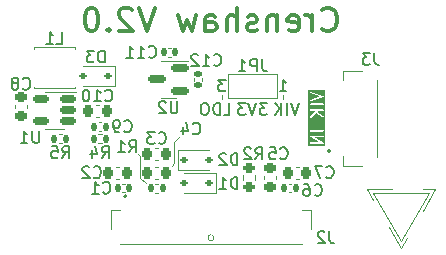
<source format=gbr>
%TF.GenerationSoftware,KiCad,Pcbnew,7.0.6*%
%TF.CreationDate,2023-07-27T19:46:57+01:00*%
%TF.ProjectId,Crenshaw,4372656e-7368-4617-972e-6b696361645f,V2.0*%
%TF.SameCoordinates,Original*%
%TF.FileFunction,Legend,Bot*%
%TF.FilePolarity,Positive*%
%FSLAX46Y46*%
G04 Gerber Fmt 4.6, Leading zero omitted, Abs format (unit mm)*
G04 Created by KiCad (PCBNEW 7.0.6) date 2023-07-27 19:46:57*
%MOMM*%
%LPD*%
G01*
G04 APERTURE LIST*
G04 Aperture macros list*
%AMRoundRect*
0 Rectangle with rounded corners*
0 $1 Rounding radius*
0 $2 $3 $4 $5 $6 $7 $8 $9 X,Y pos of 4 corners*
0 Add a 4 corners polygon primitive as box body*
4,1,4,$2,$3,$4,$5,$6,$7,$8,$9,$2,$3,0*
0 Add four circle primitives for the rounded corners*
1,1,$1+$1,$2,$3*
1,1,$1+$1,$4,$5*
1,1,$1+$1,$6,$7*
1,1,$1+$1,$8,$9*
0 Add four rect primitives between the rounded corners*
20,1,$1+$1,$2,$3,$4,$5,0*
20,1,$1+$1,$4,$5,$6,$7,0*
20,1,$1+$1,$6,$7,$8,$9,0*
20,1,$1+$1,$8,$9,$2,$3,0*%
G04 Aperture macros list end*
%ADD10C,0.120000*%
%ADD11C,0.150000*%
%ADD12C,0.300000*%
%ADD13C,0.200000*%
%ADD14C,0.100000*%
%ADD15R,0.300000X0.800000*%
%ADD16R,0.400000X0.800000*%
%ADD17R,1.700000X1.700000*%
%ADD18O,1.700000X1.700000*%
%ADD19C,4.000000*%
%ADD20C,1.152000*%
%ADD21RoundRect,0.135000X0.135000X0.185000X-0.135000X0.185000X-0.135000X-0.185000X0.135000X-0.185000X0*%
%ADD22RoundRect,0.225000X0.250000X-0.225000X0.250000X0.225000X-0.250000X0.225000X-0.250000X-0.225000X0*%
%ADD23RoundRect,0.112500X0.187500X0.112500X-0.187500X0.112500X-0.187500X-0.112500X0.187500X-0.112500X0*%
%ADD24RoundRect,0.225000X-0.225000X-0.250000X0.225000X-0.250000X0.225000X0.250000X-0.225000X0.250000X0*%
%ADD25R,0.800000X2.700000*%
%ADD26RoundRect,0.150000X0.587500X0.150000X-0.587500X0.150000X-0.587500X-0.150000X0.587500X-0.150000X0*%
%ADD27RoundRect,0.225000X0.225000X0.250000X-0.225000X0.250000X-0.225000X-0.250000X0.225000X-0.250000X0*%
%ADD28RoundRect,0.112500X-0.187500X-0.112500X0.187500X-0.112500X0.187500X0.112500X-0.187500X0.112500X0*%
%ADD29RoundRect,0.140000X0.140000X0.170000X-0.140000X0.170000X-0.140000X-0.170000X0.140000X-0.170000X0*%
%ADD30RoundRect,0.140000X-0.140000X-0.170000X0.140000X-0.170000X0.140000X0.170000X-0.140000X0.170000X0*%
%ADD31RoundRect,0.140000X0.170000X-0.140000X0.170000X0.140000X-0.170000X0.140000X-0.170000X-0.140000X0*%
%ADD32R,1.000000X1.500000*%
%ADD33RoundRect,0.135000X-0.135000X-0.185000X0.135000X-0.185000X0.135000X0.185000X-0.135000X0.185000X0*%
%ADD34R,0.800000X0.300000*%
%ADD35R,0.800000X0.400000*%
%ADD36RoundRect,0.150000X0.512500X0.150000X-0.512500X0.150000X-0.512500X-0.150000X0.512500X-0.150000X0*%
%ADD37RoundRect,0.200000X0.275000X-0.200000X0.275000X0.200000X-0.275000X0.200000X-0.275000X-0.200000X0*%
G04 APERTURE END LIST*
D10*
X51700000Y-43500000D02*
X51900000Y-43300000D01*
X49000000Y-44500000D02*
X49000000Y-42700000D01*
X55900000Y-37550000D02*
X55900000Y-37850000D01*
X61100000Y-37550000D02*
X61100000Y-37850000D01*
X49500000Y-45000000D02*
X49000000Y-44500000D01*
X51900000Y-41500000D02*
X52400000Y-41000000D01*
X49000000Y-42700000D02*
X48800000Y-42500000D01*
X51900000Y-43300000D02*
X51900000Y-41500000D01*
D11*
X56087030Y-39204819D02*
X56563220Y-39204819D01*
X56563220Y-39204819D02*
X56563220Y-38204819D01*
X55753696Y-39204819D02*
X55753696Y-38204819D01*
X55753696Y-38204819D02*
X55515601Y-38204819D01*
X55515601Y-38204819D02*
X55372744Y-38252438D01*
X55372744Y-38252438D02*
X55277506Y-38347676D01*
X55277506Y-38347676D02*
X55229887Y-38442914D01*
X55229887Y-38442914D02*
X55182268Y-38633390D01*
X55182268Y-38633390D02*
X55182268Y-38776247D01*
X55182268Y-38776247D02*
X55229887Y-38966723D01*
X55229887Y-38966723D02*
X55277506Y-39061961D01*
X55277506Y-39061961D02*
X55372744Y-39157200D01*
X55372744Y-39157200D02*
X55515601Y-39204819D01*
X55515601Y-39204819D02*
X55753696Y-39204819D01*
X54563220Y-38204819D02*
X54372744Y-38204819D01*
X54372744Y-38204819D02*
X54277506Y-38252438D01*
X54277506Y-38252438D02*
X54182268Y-38347676D01*
X54182268Y-38347676D02*
X54134649Y-38538152D01*
X54134649Y-38538152D02*
X54134649Y-38871485D01*
X54134649Y-38871485D02*
X54182268Y-39061961D01*
X54182268Y-39061961D02*
X54277506Y-39157200D01*
X54277506Y-39157200D02*
X54372744Y-39204819D01*
X54372744Y-39204819D02*
X54563220Y-39204819D01*
X54563220Y-39204819D02*
X54658458Y-39157200D01*
X54658458Y-39157200D02*
X54753696Y-39061961D01*
X54753696Y-39061961D02*
X54801315Y-38871485D01*
X54801315Y-38871485D02*
X54801315Y-38538152D01*
X54801315Y-38538152D02*
X54753696Y-38347676D01*
X54753696Y-38347676D02*
X54658458Y-38252438D01*
X54658458Y-38252438D02*
X54563220Y-38204819D01*
D12*
X64428572Y-31919161D02*
X64523810Y-32014400D01*
X64523810Y-32014400D02*
X64809524Y-32109638D01*
X64809524Y-32109638D02*
X65000000Y-32109638D01*
X65000000Y-32109638D02*
X65285715Y-32014400D01*
X65285715Y-32014400D02*
X65476191Y-31823923D01*
X65476191Y-31823923D02*
X65571429Y-31633447D01*
X65571429Y-31633447D02*
X65666667Y-31252495D01*
X65666667Y-31252495D02*
X65666667Y-30966780D01*
X65666667Y-30966780D02*
X65571429Y-30585828D01*
X65571429Y-30585828D02*
X65476191Y-30395352D01*
X65476191Y-30395352D02*
X65285715Y-30204876D01*
X65285715Y-30204876D02*
X65000000Y-30109638D01*
X65000000Y-30109638D02*
X64809524Y-30109638D01*
X64809524Y-30109638D02*
X64523810Y-30204876D01*
X64523810Y-30204876D02*
X64428572Y-30300114D01*
X63571429Y-32109638D02*
X63571429Y-30776304D01*
X63571429Y-31157257D02*
X63476191Y-30966780D01*
X63476191Y-30966780D02*
X63380953Y-30871542D01*
X63380953Y-30871542D02*
X63190477Y-30776304D01*
X63190477Y-30776304D02*
X63000000Y-30776304D01*
X61571429Y-32014400D02*
X61761905Y-32109638D01*
X61761905Y-32109638D02*
X62142858Y-32109638D01*
X62142858Y-32109638D02*
X62333334Y-32014400D01*
X62333334Y-32014400D02*
X62428572Y-31823923D01*
X62428572Y-31823923D02*
X62428572Y-31062019D01*
X62428572Y-31062019D02*
X62333334Y-30871542D01*
X62333334Y-30871542D02*
X62142858Y-30776304D01*
X62142858Y-30776304D02*
X61761905Y-30776304D01*
X61761905Y-30776304D02*
X61571429Y-30871542D01*
X61571429Y-30871542D02*
X61476191Y-31062019D01*
X61476191Y-31062019D02*
X61476191Y-31252495D01*
X61476191Y-31252495D02*
X62428572Y-31442971D01*
X60619048Y-30776304D02*
X60619048Y-32109638D01*
X60619048Y-30966780D02*
X60523810Y-30871542D01*
X60523810Y-30871542D02*
X60333334Y-30776304D01*
X60333334Y-30776304D02*
X60047619Y-30776304D01*
X60047619Y-30776304D02*
X59857143Y-30871542D01*
X59857143Y-30871542D02*
X59761905Y-31062019D01*
X59761905Y-31062019D02*
X59761905Y-32109638D01*
X58904762Y-32014400D02*
X58714286Y-32109638D01*
X58714286Y-32109638D02*
X58333334Y-32109638D01*
X58333334Y-32109638D02*
X58142857Y-32014400D01*
X58142857Y-32014400D02*
X58047619Y-31823923D01*
X58047619Y-31823923D02*
X58047619Y-31728685D01*
X58047619Y-31728685D02*
X58142857Y-31538209D01*
X58142857Y-31538209D02*
X58333334Y-31442971D01*
X58333334Y-31442971D02*
X58619048Y-31442971D01*
X58619048Y-31442971D02*
X58809524Y-31347733D01*
X58809524Y-31347733D02*
X58904762Y-31157257D01*
X58904762Y-31157257D02*
X58904762Y-31062019D01*
X58904762Y-31062019D02*
X58809524Y-30871542D01*
X58809524Y-30871542D02*
X58619048Y-30776304D01*
X58619048Y-30776304D02*
X58333334Y-30776304D01*
X58333334Y-30776304D02*
X58142857Y-30871542D01*
X57190476Y-32109638D02*
X57190476Y-30109638D01*
X56333333Y-32109638D02*
X56333333Y-31062019D01*
X56333333Y-31062019D02*
X56428571Y-30871542D01*
X56428571Y-30871542D02*
X56619047Y-30776304D01*
X56619047Y-30776304D02*
X56904762Y-30776304D01*
X56904762Y-30776304D02*
X57095238Y-30871542D01*
X57095238Y-30871542D02*
X57190476Y-30966780D01*
X54523809Y-32109638D02*
X54523809Y-31062019D01*
X54523809Y-31062019D02*
X54619047Y-30871542D01*
X54619047Y-30871542D02*
X54809523Y-30776304D01*
X54809523Y-30776304D02*
X55190476Y-30776304D01*
X55190476Y-30776304D02*
X55380952Y-30871542D01*
X54523809Y-32014400D02*
X54714285Y-32109638D01*
X54714285Y-32109638D02*
X55190476Y-32109638D01*
X55190476Y-32109638D02*
X55380952Y-32014400D01*
X55380952Y-32014400D02*
X55476190Y-31823923D01*
X55476190Y-31823923D02*
X55476190Y-31633447D01*
X55476190Y-31633447D02*
X55380952Y-31442971D01*
X55380952Y-31442971D02*
X55190476Y-31347733D01*
X55190476Y-31347733D02*
X54714285Y-31347733D01*
X54714285Y-31347733D02*
X54523809Y-31252495D01*
X53761904Y-30776304D02*
X53380952Y-32109638D01*
X53380952Y-32109638D02*
X52999999Y-31157257D01*
X52999999Y-31157257D02*
X52619047Y-32109638D01*
X52619047Y-32109638D02*
X52238095Y-30776304D01*
X50238094Y-30109638D02*
X49571428Y-32109638D01*
X49571428Y-32109638D02*
X48904761Y-30109638D01*
X48333332Y-30300114D02*
X48238094Y-30204876D01*
X48238094Y-30204876D02*
X48047618Y-30109638D01*
X48047618Y-30109638D02*
X47571427Y-30109638D01*
X47571427Y-30109638D02*
X47380951Y-30204876D01*
X47380951Y-30204876D02*
X47285713Y-30300114D01*
X47285713Y-30300114D02*
X47190475Y-30490590D01*
X47190475Y-30490590D02*
X47190475Y-30681066D01*
X47190475Y-30681066D02*
X47285713Y-30966780D01*
X47285713Y-30966780D02*
X48428570Y-32109638D01*
X48428570Y-32109638D02*
X47190475Y-32109638D01*
X46333332Y-31919161D02*
X46238094Y-32014400D01*
X46238094Y-32014400D02*
X46333332Y-32109638D01*
X46333332Y-32109638D02*
X46428570Y-32014400D01*
X46428570Y-32014400D02*
X46333332Y-31919161D01*
X46333332Y-31919161D02*
X46333332Y-32109638D01*
X44999999Y-30109638D02*
X44809522Y-30109638D01*
X44809522Y-30109638D02*
X44619046Y-30204876D01*
X44619046Y-30204876D02*
X44523808Y-30300114D01*
X44523808Y-30300114D02*
X44428570Y-30490590D01*
X44428570Y-30490590D02*
X44333332Y-30871542D01*
X44333332Y-30871542D02*
X44333332Y-31347733D01*
X44333332Y-31347733D02*
X44428570Y-31728685D01*
X44428570Y-31728685D02*
X44523808Y-31919161D01*
X44523808Y-31919161D02*
X44619046Y-32014400D01*
X44619046Y-32014400D02*
X44809522Y-32109638D01*
X44809522Y-32109638D02*
X44999999Y-32109638D01*
X44999999Y-32109638D02*
X45190475Y-32014400D01*
X45190475Y-32014400D02*
X45285713Y-31919161D01*
X45285713Y-31919161D02*
X45380951Y-31728685D01*
X45380951Y-31728685D02*
X45476189Y-31347733D01*
X45476189Y-31347733D02*
X45476189Y-30871542D01*
X45476189Y-30871542D02*
X45380951Y-30490590D01*
X45380951Y-30490590D02*
X45285713Y-30300114D01*
X45285713Y-30300114D02*
X45190475Y-30204876D01*
X45190475Y-30204876D02*
X44999999Y-30109638D01*
D11*
X59738094Y-38204819D02*
X59119047Y-38204819D01*
X59119047Y-38204819D02*
X59452380Y-38585771D01*
X59452380Y-38585771D02*
X59309523Y-38585771D01*
X59309523Y-38585771D02*
X59214285Y-38633390D01*
X59214285Y-38633390D02*
X59166666Y-38681009D01*
X59166666Y-38681009D02*
X59119047Y-38776247D01*
X59119047Y-38776247D02*
X59119047Y-39014342D01*
X59119047Y-39014342D02*
X59166666Y-39109580D01*
X59166666Y-39109580D02*
X59214285Y-39157200D01*
X59214285Y-39157200D02*
X59309523Y-39204819D01*
X59309523Y-39204819D02*
X59595237Y-39204819D01*
X59595237Y-39204819D02*
X59690475Y-39157200D01*
X59690475Y-39157200D02*
X59738094Y-39109580D01*
X58833332Y-38204819D02*
X58499999Y-39204819D01*
X58499999Y-39204819D02*
X58166666Y-38204819D01*
X57928570Y-38204819D02*
X57309523Y-38204819D01*
X57309523Y-38204819D02*
X57642856Y-38585771D01*
X57642856Y-38585771D02*
X57499999Y-38585771D01*
X57499999Y-38585771D02*
X57404761Y-38633390D01*
X57404761Y-38633390D02*
X57357142Y-38681009D01*
X57357142Y-38681009D02*
X57309523Y-38776247D01*
X57309523Y-38776247D02*
X57309523Y-39014342D01*
X57309523Y-39014342D02*
X57357142Y-39109580D01*
X57357142Y-39109580D02*
X57404761Y-39157200D01*
X57404761Y-39157200D02*
X57499999Y-39204819D01*
X57499999Y-39204819D02*
X57785713Y-39204819D01*
X57785713Y-39204819D02*
X57880951Y-39157200D01*
X57880951Y-39157200D02*
X57928570Y-39109580D01*
X62436778Y-38204819D02*
X62103445Y-39204819D01*
X62103445Y-39204819D02*
X61770112Y-38204819D01*
X61436778Y-39204819D02*
X61436778Y-38204819D01*
X60960588Y-39204819D02*
X60960588Y-38204819D01*
X60389160Y-39204819D02*
X60817731Y-38633390D01*
X60389160Y-38204819D02*
X60960588Y-38776247D01*
X65033333Y-49054819D02*
X65033333Y-49769104D01*
X65033333Y-49769104D02*
X65080952Y-49911961D01*
X65080952Y-49911961D02*
X65176190Y-50007200D01*
X65176190Y-50007200D02*
X65319047Y-50054819D01*
X65319047Y-50054819D02*
X65414285Y-50054819D01*
X64604761Y-49150057D02*
X64557142Y-49102438D01*
X64557142Y-49102438D02*
X64461904Y-49054819D01*
X64461904Y-49054819D02*
X64223809Y-49054819D01*
X64223809Y-49054819D02*
X64128571Y-49102438D01*
X64128571Y-49102438D02*
X64080952Y-49150057D01*
X64080952Y-49150057D02*
X64033333Y-49245295D01*
X64033333Y-49245295D02*
X64033333Y-49340533D01*
X64033333Y-49340533D02*
X64080952Y-49483390D01*
X64080952Y-49483390D02*
X64652380Y-50054819D01*
X64652380Y-50054819D02*
X64033333Y-50054819D01*
X48066666Y-42354819D02*
X48399999Y-41878628D01*
X48638094Y-42354819D02*
X48638094Y-41354819D01*
X48638094Y-41354819D02*
X48257142Y-41354819D01*
X48257142Y-41354819D02*
X48161904Y-41402438D01*
X48161904Y-41402438D02*
X48114285Y-41450057D01*
X48114285Y-41450057D02*
X48066666Y-41545295D01*
X48066666Y-41545295D02*
X48066666Y-41688152D01*
X48066666Y-41688152D02*
X48114285Y-41783390D01*
X48114285Y-41783390D02*
X48161904Y-41831009D01*
X48161904Y-41831009D02*
X48257142Y-41878628D01*
X48257142Y-41878628D02*
X48638094Y-41878628D01*
X47114285Y-42354819D02*
X47685713Y-42354819D01*
X47399999Y-42354819D02*
X47399999Y-41354819D01*
X47399999Y-41354819D02*
X47495237Y-41497676D01*
X47495237Y-41497676D02*
X47590475Y-41592914D01*
X47590475Y-41592914D02*
X47685713Y-41640533D01*
X42416666Y-42854819D02*
X42749999Y-42378628D01*
X42988094Y-42854819D02*
X42988094Y-41854819D01*
X42988094Y-41854819D02*
X42607142Y-41854819D01*
X42607142Y-41854819D02*
X42511904Y-41902438D01*
X42511904Y-41902438D02*
X42464285Y-41950057D01*
X42464285Y-41950057D02*
X42416666Y-42045295D01*
X42416666Y-42045295D02*
X42416666Y-42188152D01*
X42416666Y-42188152D02*
X42464285Y-42283390D01*
X42464285Y-42283390D02*
X42511904Y-42331009D01*
X42511904Y-42331009D02*
X42607142Y-42378628D01*
X42607142Y-42378628D02*
X42988094Y-42378628D01*
X41511904Y-41854819D02*
X41988094Y-41854819D01*
X41988094Y-41854819D02*
X42035713Y-42331009D01*
X42035713Y-42331009D02*
X41988094Y-42283390D01*
X41988094Y-42283390D02*
X41892856Y-42235771D01*
X41892856Y-42235771D02*
X41654761Y-42235771D01*
X41654761Y-42235771D02*
X41559523Y-42283390D01*
X41559523Y-42283390D02*
X41511904Y-42331009D01*
X41511904Y-42331009D02*
X41464285Y-42426247D01*
X41464285Y-42426247D02*
X41464285Y-42664342D01*
X41464285Y-42664342D02*
X41511904Y-42759580D01*
X41511904Y-42759580D02*
X41559523Y-42807200D01*
X41559523Y-42807200D02*
X41654761Y-42854819D01*
X41654761Y-42854819D02*
X41892856Y-42854819D01*
X41892856Y-42854819D02*
X41988094Y-42807200D01*
X41988094Y-42807200D02*
X42035713Y-42759580D01*
X39066666Y-36959580D02*
X39114285Y-37007200D01*
X39114285Y-37007200D02*
X39257142Y-37054819D01*
X39257142Y-37054819D02*
X39352380Y-37054819D01*
X39352380Y-37054819D02*
X39495237Y-37007200D01*
X39495237Y-37007200D02*
X39590475Y-36911961D01*
X39590475Y-36911961D02*
X39638094Y-36816723D01*
X39638094Y-36816723D02*
X39685713Y-36626247D01*
X39685713Y-36626247D02*
X39685713Y-36483390D01*
X39685713Y-36483390D02*
X39638094Y-36292914D01*
X39638094Y-36292914D02*
X39590475Y-36197676D01*
X39590475Y-36197676D02*
X39495237Y-36102438D01*
X39495237Y-36102438D02*
X39352380Y-36054819D01*
X39352380Y-36054819D02*
X39257142Y-36054819D01*
X39257142Y-36054819D02*
X39114285Y-36102438D01*
X39114285Y-36102438D02*
X39066666Y-36150057D01*
X38495237Y-36483390D02*
X38590475Y-36435771D01*
X38590475Y-36435771D02*
X38638094Y-36388152D01*
X38638094Y-36388152D02*
X38685713Y-36292914D01*
X38685713Y-36292914D02*
X38685713Y-36245295D01*
X38685713Y-36245295D02*
X38638094Y-36150057D01*
X38638094Y-36150057D02*
X38590475Y-36102438D01*
X38590475Y-36102438D02*
X38495237Y-36054819D01*
X38495237Y-36054819D02*
X38304761Y-36054819D01*
X38304761Y-36054819D02*
X38209523Y-36102438D01*
X38209523Y-36102438D02*
X38161904Y-36150057D01*
X38161904Y-36150057D02*
X38114285Y-36245295D01*
X38114285Y-36245295D02*
X38114285Y-36292914D01*
X38114285Y-36292914D02*
X38161904Y-36388152D01*
X38161904Y-36388152D02*
X38209523Y-36435771D01*
X38209523Y-36435771D02*
X38304761Y-36483390D01*
X38304761Y-36483390D02*
X38495237Y-36483390D01*
X38495237Y-36483390D02*
X38590475Y-36531009D01*
X38590475Y-36531009D02*
X38638094Y-36578628D01*
X38638094Y-36578628D02*
X38685713Y-36673866D01*
X38685713Y-36673866D02*
X38685713Y-36864342D01*
X38685713Y-36864342D02*
X38638094Y-36959580D01*
X38638094Y-36959580D02*
X38590475Y-37007200D01*
X38590475Y-37007200D02*
X38495237Y-37054819D01*
X38495237Y-37054819D02*
X38304761Y-37054819D01*
X38304761Y-37054819D02*
X38209523Y-37007200D01*
X38209523Y-37007200D02*
X38161904Y-36959580D01*
X38161904Y-36959580D02*
X38114285Y-36864342D01*
X38114285Y-36864342D02*
X38114285Y-36673866D01*
X38114285Y-36673866D02*
X38161904Y-36578628D01*
X38161904Y-36578628D02*
X38209523Y-36531009D01*
X38209523Y-36531009D02*
X38304761Y-36483390D01*
X45988094Y-34754819D02*
X45988094Y-33754819D01*
X45988094Y-33754819D02*
X45749999Y-33754819D01*
X45749999Y-33754819D02*
X45607142Y-33802438D01*
X45607142Y-33802438D02*
X45511904Y-33897676D01*
X45511904Y-33897676D02*
X45464285Y-33992914D01*
X45464285Y-33992914D02*
X45416666Y-34183390D01*
X45416666Y-34183390D02*
X45416666Y-34326247D01*
X45416666Y-34326247D02*
X45464285Y-34516723D01*
X45464285Y-34516723D02*
X45511904Y-34611961D01*
X45511904Y-34611961D02*
X45607142Y-34707200D01*
X45607142Y-34707200D02*
X45749999Y-34754819D01*
X45749999Y-34754819D02*
X45988094Y-34754819D01*
X45083332Y-33754819D02*
X44464285Y-33754819D01*
X44464285Y-33754819D02*
X44797618Y-34135771D01*
X44797618Y-34135771D02*
X44654761Y-34135771D01*
X44654761Y-34135771D02*
X44559523Y-34183390D01*
X44559523Y-34183390D02*
X44511904Y-34231009D01*
X44511904Y-34231009D02*
X44464285Y-34326247D01*
X44464285Y-34326247D02*
X44464285Y-34564342D01*
X44464285Y-34564342D02*
X44511904Y-34659580D01*
X44511904Y-34659580D02*
X44559523Y-34707200D01*
X44559523Y-34707200D02*
X44654761Y-34754819D01*
X44654761Y-34754819D02*
X44940475Y-34754819D01*
X44940475Y-34754819D02*
X45035713Y-34707200D01*
X45035713Y-34707200D02*
X45083332Y-34659580D01*
X50566666Y-41559580D02*
X50614285Y-41607200D01*
X50614285Y-41607200D02*
X50757142Y-41654819D01*
X50757142Y-41654819D02*
X50852380Y-41654819D01*
X50852380Y-41654819D02*
X50995237Y-41607200D01*
X50995237Y-41607200D02*
X51090475Y-41511961D01*
X51090475Y-41511961D02*
X51138094Y-41416723D01*
X51138094Y-41416723D02*
X51185713Y-41226247D01*
X51185713Y-41226247D02*
X51185713Y-41083390D01*
X51185713Y-41083390D02*
X51138094Y-40892914D01*
X51138094Y-40892914D02*
X51090475Y-40797676D01*
X51090475Y-40797676D02*
X50995237Y-40702438D01*
X50995237Y-40702438D02*
X50852380Y-40654819D01*
X50852380Y-40654819D02*
X50757142Y-40654819D01*
X50757142Y-40654819D02*
X50614285Y-40702438D01*
X50614285Y-40702438D02*
X50566666Y-40750057D01*
X50233332Y-40654819D02*
X49614285Y-40654819D01*
X49614285Y-40654819D02*
X49947618Y-41035771D01*
X49947618Y-41035771D02*
X49804761Y-41035771D01*
X49804761Y-41035771D02*
X49709523Y-41083390D01*
X49709523Y-41083390D02*
X49661904Y-41131009D01*
X49661904Y-41131009D02*
X49614285Y-41226247D01*
X49614285Y-41226247D02*
X49614285Y-41464342D01*
X49614285Y-41464342D02*
X49661904Y-41559580D01*
X49661904Y-41559580D02*
X49709523Y-41607200D01*
X49709523Y-41607200D02*
X49804761Y-41654819D01*
X49804761Y-41654819D02*
X50090475Y-41654819D01*
X50090475Y-41654819D02*
X50185713Y-41607200D01*
X50185713Y-41607200D02*
X50233332Y-41559580D01*
X41916666Y-33154819D02*
X42392856Y-33154819D01*
X42392856Y-33154819D02*
X42392856Y-32154819D01*
X41059523Y-33154819D02*
X41630951Y-33154819D01*
X41345237Y-33154819D02*
X41345237Y-32154819D01*
X41345237Y-32154819D02*
X41440475Y-32297676D01*
X41440475Y-32297676D02*
X41535713Y-32392914D01*
X41535713Y-32392914D02*
X41630951Y-32440533D01*
X52161905Y-38054819D02*
X52161905Y-38864342D01*
X52161905Y-38864342D02*
X52114286Y-38959580D01*
X52114286Y-38959580D02*
X52066667Y-39007200D01*
X52066667Y-39007200D02*
X51971429Y-39054819D01*
X51971429Y-39054819D02*
X51780953Y-39054819D01*
X51780953Y-39054819D02*
X51685715Y-39007200D01*
X51685715Y-39007200D02*
X51638096Y-38959580D01*
X51638096Y-38959580D02*
X51590477Y-38864342D01*
X51590477Y-38864342D02*
X51590477Y-38054819D01*
X51161905Y-38150057D02*
X51114286Y-38102438D01*
X51114286Y-38102438D02*
X51019048Y-38054819D01*
X51019048Y-38054819D02*
X50780953Y-38054819D01*
X50780953Y-38054819D02*
X50685715Y-38102438D01*
X50685715Y-38102438D02*
X50638096Y-38150057D01*
X50638096Y-38150057D02*
X50590477Y-38245295D01*
X50590477Y-38245295D02*
X50590477Y-38340533D01*
X50590477Y-38340533D02*
X50638096Y-38483390D01*
X50638096Y-38483390D02*
X51209524Y-39054819D01*
X51209524Y-39054819D02*
X50590477Y-39054819D01*
X45066666Y-44459580D02*
X45114285Y-44507200D01*
X45114285Y-44507200D02*
X45257142Y-44554819D01*
X45257142Y-44554819D02*
X45352380Y-44554819D01*
X45352380Y-44554819D02*
X45495237Y-44507200D01*
X45495237Y-44507200D02*
X45590475Y-44411961D01*
X45590475Y-44411961D02*
X45638094Y-44316723D01*
X45638094Y-44316723D02*
X45685713Y-44126247D01*
X45685713Y-44126247D02*
X45685713Y-43983390D01*
X45685713Y-43983390D02*
X45638094Y-43792914D01*
X45638094Y-43792914D02*
X45590475Y-43697676D01*
X45590475Y-43697676D02*
X45495237Y-43602438D01*
X45495237Y-43602438D02*
X45352380Y-43554819D01*
X45352380Y-43554819D02*
X45257142Y-43554819D01*
X45257142Y-43554819D02*
X45114285Y-43602438D01*
X45114285Y-43602438D02*
X45066666Y-43650057D01*
X44685713Y-43650057D02*
X44638094Y-43602438D01*
X44638094Y-43602438D02*
X44542856Y-43554819D01*
X44542856Y-43554819D02*
X44304761Y-43554819D01*
X44304761Y-43554819D02*
X44209523Y-43602438D01*
X44209523Y-43602438D02*
X44161904Y-43650057D01*
X44161904Y-43650057D02*
X44114285Y-43745295D01*
X44114285Y-43745295D02*
X44114285Y-43840533D01*
X44114285Y-43840533D02*
X44161904Y-43983390D01*
X44161904Y-43983390D02*
X44733332Y-44554819D01*
X44733332Y-44554819D02*
X44114285Y-44554819D01*
X57238094Y-43454819D02*
X57238094Y-42454819D01*
X57238094Y-42454819D02*
X56999999Y-42454819D01*
X56999999Y-42454819D02*
X56857142Y-42502438D01*
X56857142Y-42502438D02*
X56761904Y-42597676D01*
X56761904Y-42597676D02*
X56714285Y-42692914D01*
X56714285Y-42692914D02*
X56666666Y-42883390D01*
X56666666Y-42883390D02*
X56666666Y-43026247D01*
X56666666Y-43026247D02*
X56714285Y-43216723D01*
X56714285Y-43216723D02*
X56761904Y-43311961D01*
X56761904Y-43311961D02*
X56857142Y-43407200D01*
X56857142Y-43407200D02*
X56999999Y-43454819D01*
X56999999Y-43454819D02*
X57238094Y-43454819D01*
X56285713Y-42550057D02*
X56238094Y-42502438D01*
X56238094Y-42502438D02*
X56142856Y-42454819D01*
X56142856Y-42454819D02*
X55904761Y-42454819D01*
X55904761Y-42454819D02*
X55809523Y-42502438D01*
X55809523Y-42502438D02*
X55761904Y-42550057D01*
X55761904Y-42550057D02*
X55714285Y-42645295D01*
X55714285Y-42645295D02*
X55714285Y-42740533D01*
X55714285Y-42740533D02*
X55761904Y-42883390D01*
X55761904Y-42883390D02*
X56333332Y-43454819D01*
X56333332Y-43454819D02*
X55714285Y-43454819D01*
X45866666Y-45759580D02*
X45914285Y-45807200D01*
X45914285Y-45807200D02*
X46057142Y-45854819D01*
X46057142Y-45854819D02*
X46152380Y-45854819D01*
X46152380Y-45854819D02*
X46295237Y-45807200D01*
X46295237Y-45807200D02*
X46390475Y-45711961D01*
X46390475Y-45711961D02*
X46438094Y-45616723D01*
X46438094Y-45616723D02*
X46485713Y-45426247D01*
X46485713Y-45426247D02*
X46485713Y-45283390D01*
X46485713Y-45283390D02*
X46438094Y-45092914D01*
X46438094Y-45092914D02*
X46390475Y-44997676D01*
X46390475Y-44997676D02*
X46295237Y-44902438D01*
X46295237Y-44902438D02*
X46152380Y-44854819D01*
X46152380Y-44854819D02*
X46057142Y-44854819D01*
X46057142Y-44854819D02*
X45914285Y-44902438D01*
X45914285Y-44902438D02*
X45866666Y-44950057D01*
X44914285Y-45854819D02*
X45485713Y-45854819D01*
X45199999Y-45854819D02*
X45199999Y-44854819D01*
X45199999Y-44854819D02*
X45295237Y-44997676D01*
X45295237Y-44997676D02*
X45390475Y-45092914D01*
X45390475Y-45092914D02*
X45485713Y-45140533D01*
X53466666Y-40759580D02*
X53514285Y-40807200D01*
X53514285Y-40807200D02*
X53657142Y-40854819D01*
X53657142Y-40854819D02*
X53752380Y-40854819D01*
X53752380Y-40854819D02*
X53895237Y-40807200D01*
X53895237Y-40807200D02*
X53990475Y-40711961D01*
X53990475Y-40711961D02*
X54038094Y-40616723D01*
X54038094Y-40616723D02*
X54085713Y-40426247D01*
X54085713Y-40426247D02*
X54085713Y-40283390D01*
X54085713Y-40283390D02*
X54038094Y-40092914D01*
X54038094Y-40092914D02*
X53990475Y-39997676D01*
X53990475Y-39997676D02*
X53895237Y-39902438D01*
X53895237Y-39902438D02*
X53752380Y-39854819D01*
X53752380Y-39854819D02*
X53657142Y-39854819D01*
X53657142Y-39854819D02*
X53514285Y-39902438D01*
X53514285Y-39902438D02*
X53466666Y-39950057D01*
X52609523Y-40188152D02*
X52609523Y-40854819D01*
X52847618Y-39807200D02*
X53085713Y-40521485D01*
X53085713Y-40521485D02*
X52466666Y-40521485D01*
X64766666Y-44459580D02*
X64814285Y-44507200D01*
X64814285Y-44507200D02*
X64957142Y-44554819D01*
X64957142Y-44554819D02*
X65052380Y-44554819D01*
X65052380Y-44554819D02*
X65195237Y-44507200D01*
X65195237Y-44507200D02*
X65290475Y-44411961D01*
X65290475Y-44411961D02*
X65338094Y-44316723D01*
X65338094Y-44316723D02*
X65385713Y-44126247D01*
X65385713Y-44126247D02*
X65385713Y-43983390D01*
X65385713Y-43983390D02*
X65338094Y-43792914D01*
X65338094Y-43792914D02*
X65290475Y-43697676D01*
X65290475Y-43697676D02*
X65195237Y-43602438D01*
X65195237Y-43602438D02*
X65052380Y-43554819D01*
X65052380Y-43554819D02*
X64957142Y-43554819D01*
X64957142Y-43554819D02*
X64814285Y-43602438D01*
X64814285Y-43602438D02*
X64766666Y-43650057D01*
X64433332Y-43554819D02*
X63766666Y-43554819D01*
X63766666Y-43554819D02*
X64195237Y-44554819D01*
X57238094Y-45454819D02*
X57238094Y-44454819D01*
X57238094Y-44454819D02*
X56999999Y-44454819D01*
X56999999Y-44454819D02*
X56857142Y-44502438D01*
X56857142Y-44502438D02*
X56761904Y-44597676D01*
X56761904Y-44597676D02*
X56714285Y-44692914D01*
X56714285Y-44692914D02*
X56666666Y-44883390D01*
X56666666Y-44883390D02*
X56666666Y-45026247D01*
X56666666Y-45026247D02*
X56714285Y-45216723D01*
X56714285Y-45216723D02*
X56761904Y-45311961D01*
X56761904Y-45311961D02*
X56857142Y-45407200D01*
X56857142Y-45407200D02*
X56999999Y-45454819D01*
X56999999Y-45454819D02*
X57238094Y-45454819D01*
X55714285Y-45454819D02*
X56285713Y-45454819D01*
X55999999Y-45454819D02*
X55999999Y-44454819D01*
X55999999Y-44454819D02*
X56095237Y-44597676D01*
X56095237Y-44597676D02*
X56190475Y-44692914D01*
X56190475Y-44692914D02*
X56285713Y-44740533D01*
X47666666Y-40559580D02*
X47714285Y-40607200D01*
X47714285Y-40607200D02*
X47857142Y-40654819D01*
X47857142Y-40654819D02*
X47952380Y-40654819D01*
X47952380Y-40654819D02*
X48095237Y-40607200D01*
X48095237Y-40607200D02*
X48190475Y-40511961D01*
X48190475Y-40511961D02*
X48238094Y-40416723D01*
X48238094Y-40416723D02*
X48285713Y-40226247D01*
X48285713Y-40226247D02*
X48285713Y-40083390D01*
X48285713Y-40083390D02*
X48238094Y-39892914D01*
X48238094Y-39892914D02*
X48190475Y-39797676D01*
X48190475Y-39797676D02*
X48095237Y-39702438D01*
X48095237Y-39702438D02*
X47952380Y-39654819D01*
X47952380Y-39654819D02*
X47857142Y-39654819D01*
X47857142Y-39654819D02*
X47714285Y-39702438D01*
X47714285Y-39702438D02*
X47666666Y-39750057D01*
X47190475Y-40654819D02*
X46999999Y-40654819D01*
X46999999Y-40654819D02*
X46904761Y-40607200D01*
X46904761Y-40607200D02*
X46857142Y-40559580D01*
X46857142Y-40559580D02*
X46761904Y-40416723D01*
X46761904Y-40416723D02*
X46714285Y-40226247D01*
X46714285Y-40226247D02*
X46714285Y-39845295D01*
X46714285Y-39845295D02*
X46761904Y-39750057D01*
X46761904Y-39750057D02*
X46809523Y-39702438D01*
X46809523Y-39702438D02*
X46904761Y-39654819D01*
X46904761Y-39654819D02*
X47095237Y-39654819D01*
X47095237Y-39654819D02*
X47190475Y-39702438D01*
X47190475Y-39702438D02*
X47238094Y-39750057D01*
X47238094Y-39750057D02*
X47285713Y-39845295D01*
X47285713Y-39845295D02*
X47285713Y-40083390D01*
X47285713Y-40083390D02*
X47238094Y-40178628D01*
X47238094Y-40178628D02*
X47190475Y-40226247D01*
X47190475Y-40226247D02*
X47095237Y-40273866D01*
X47095237Y-40273866D02*
X46904761Y-40273866D01*
X46904761Y-40273866D02*
X46809523Y-40226247D01*
X46809523Y-40226247D02*
X46761904Y-40178628D01*
X46761904Y-40178628D02*
X46714285Y-40083390D01*
X60866666Y-42859580D02*
X60914285Y-42907200D01*
X60914285Y-42907200D02*
X61057142Y-42954819D01*
X61057142Y-42954819D02*
X61152380Y-42954819D01*
X61152380Y-42954819D02*
X61295237Y-42907200D01*
X61295237Y-42907200D02*
X61390475Y-42811961D01*
X61390475Y-42811961D02*
X61438094Y-42716723D01*
X61438094Y-42716723D02*
X61485713Y-42526247D01*
X61485713Y-42526247D02*
X61485713Y-42383390D01*
X61485713Y-42383390D02*
X61438094Y-42192914D01*
X61438094Y-42192914D02*
X61390475Y-42097676D01*
X61390475Y-42097676D02*
X61295237Y-42002438D01*
X61295237Y-42002438D02*
X61152380Y-41954819D01*
X61152380Y-41954819D02*
X61057142Y-41954819D01*
X61057142Y-41954819D02*
X60914285Y-42002438D01*
X60914285Y-42002438D02*
X60866666Y-42050057D01*
X59961904Y-41954819D02*
X60438094Y-41954819D01*
X60438094Y-41954819D02*
X60485713Y-42431009D01*
X60485713Y-42431009D02*
X60438094Y-42383390D01*
X60438094Y-42383390D02*
X60342856Y-42335771D01*
X60342856Y-42335771D02*
X60104761Y-42335771D01*
X60104761Y-42335771D02*
X60009523Y-42383390D01*
X60009523Y-42383390D02*
X59961904Y-42431009D01*
X59961904Y-42431009D02*
X59914285Y-42526247D01*
X59914285Y-42526247D02*
X59914285Y-42764342D01*
X59914285Y-42764342D02*
X59961904Y-42859580D01*
X59961904Y-42859580D02*
X60009523Y-42907200D01*
X60009523Y-42907200D02*
X60104761Y-42954819D01*
X60104761Y-42954819D02*
X60342856Y-42954819D01*
X60342856Y-42954819D02*
X60438094Y-42907200D01*
X60438094Y-42907200D02*
X60485713Y-42859580D01*
X55242858Y-34959580D02*
X55290477Y-35007200D01*
X55290477Y-35007200D02*
X55433334Y-35054819D01*
X55433334Y-35054819D02*
X55528572Y-35054819D01*
X55528572Y-35054819D02*
X55671429Y-35007200D01*
X55671429Y-35007200D02*
X55766667Y-34911961D01*
X55766667Y-34911961D02*
X55814286Y-34816723D01*
X55814286Y-34816723D02*
X55861905Y-34626247D01*
X55861905Y-34626247D02*
X55861905Y-34483390D01*
X55861905Y-34483390D02*
X55814286Y-34292914D01*
X55814286Y-34292914D02*
X55766667Y-34197676D01*
X55766667Y-34197676D02*
X55671429Y-34102438D01*
X55671429Y-34102438D02*
X55528572Y-34054819D01*
X55528572Y-34054819D02*
X55433334Y-34054819D01*
X55433334Y-34054819D02*
X55290477Y-34102438D01*
X55290477Y-34102438D02*
X55242858Y-34150057D01*
X54290477Y-35054819D02*
X54861905Y-35054819D01*
X54576191Y-35054819D02*
X54576191Y-34054819D01*
X54576191Y-34054819D02*
X54671429Y-34197676D01*
X54671429Y-34197676D02*
X54766667Y-34292914D01*
X54766667Y-34292914D02*
X54861905Y-34340533D01*
X53909524Y-34150057D02*
X53861905Y-34102438D01*
X53861905Y-34102438D02*
X53766667Y-34054819D01*
X53766667Y-34054819D02*
X53528572Y-34054819D01*
X53528572Y-34054819D02*
X53433334Y-34102438D01*
X53433334Y-34102438D02*
X53385715Y-34150057D01*
X53385715Y-34150057D02*
X53338096Y-34245295D01*
X53338096Y-34245295D02*
X53338096Y-34340533D01*
X53338096Y-34340533D02*
X53385715Y-34483390D01*
X53385715Y-34483390D02*
X53957143Y-35054819D01*
X53957143Y-35054819D02*
X53338096Y-35054819D01*
X46042857Y-37959580D02*
X46090476Y-38007200D01*
X46090476Y-38007200D02*
X46233333Y-38054819D01*
X46233333Y-38054819D02*
X46328571Y-38054819D01*
X46328571Y-38054819D02*
X46471428Y-38007200D01*
X46471428Y-38007200D02*
X46566666Y-37911961D01*
X46566666Y-37911961D02*
X46614285Y-37816723D01*
X46614285Y-37816723D02*
X46661904Y-37626247D01*
X46661904Y-37626247D02*
X46661904Y-37483390D01*
X46661904Y-37483390D02*
X46614285Y-37292914D01*
X46614285Y-37292914D02*
X46566666Y-37197676D01*
X46566666Y-37197676D02*
X46471428Y-37102438D01*
X46471428Y-37102438D02*
X46328571Y-37054819D01*
X46328571Y-37054819D02*
X46233333Y-37054819D01*
X46233333Y-37054819D02*
X46090476Y-37102438D01*
X46090476Y-37102438D02*
X46042857Y-37150057D01*
X45090476Y-38054819D02*
X45661904Y-38054819D01*
X45376190Y-38054819D02*
X45376190Y-37054819D01*
X45376190Y-37054819D02*
X45471428Y-37197676D01*
X45471428Y-37197676D02*
X45566666Y-37292914D01*
X45566666Y-37292914D02*
X45661904Y-37340533D01*
X44471428Y-37054819D02*
X44376190Y-37054819D01*
X44376190Y-37054819D02*
X44280952Y-37102438D01*
X44280952Y-37102438D02*
X44233333Y-37150057D01*
X44233333Y-37150057D02*
X44185714Y-37245295D01*
X44185714Y-37245295D02*
X44138095Y-37435771D01*
X44138095Y-37435771D02*
X44138095Y-37673866D01*
X44138095Y-37673866D02*
X44185714Y-37864342D01*
X44185714Y-37864342D02*
X44233333Y-37959580D01*
X44233333Y-37959580D02*
X44280952Y-38007200D01*
X44280952Y-38007200D02*
X44376190Y-38054819D01*
X44376190Y-38054819D02*
X44471428Y-38054819D01*
X44471428Y-38054819D02*
X44566666Y-38007200D01*
X44566666Y-38007200D02*
X44614285Y-37959580D01*
X44614285Y-37959580D02*
X44661904Y-37864342D01*
X44661904Y-37864342D02*
X44709523Y-37673866D01*
X44709523Y-37673866D02*
X44709523Y-37435771D01*
X44709523Y-37435771D02*
X44661904Y-37245295D01*
X44661904Y-37245295D02*
X44614285Y-37150057D01*
X44614285Y-37150057D02*
X44566666Y-37102438D01*
X44566666Y-37102438D02*
X44471428Y-37054819D01*
X59333333Y-34504819D02*
X59333333Y-35219104D01*
X59333333Y-35219104D02*
X59380952Y-35361961D01*
X59380952Y-35361961D02*
X59476190Y-35457200D01*
X59476190Y-35457200D02*
X59619047Y-35504819D01*
X59619047Y-35504819D02*
X59714285Y-35504819D01*
X58857142Y-35504819D02*
X58857142Y-34504819D01*
X58857142Y-34504819D02*
X58476190Y-34504819D01*
X58476190Y-34504819D02*
X58380952Y-34552438D01*
X58380952Y-34552438D02*
X58333333Y-34600057D01*
X58333333Y-34600057D02*
X58285714Y-34695295D01*
X58285714Y-34695295D02*
X58285714Y-34838152D01*
X58285714Y-34838152D02*
X58333333Y-34933390D01*
X58333333Y-34933390D02*
X58380952Y-34981009D01*
X58380952Y-34981009D02*
X58476190Y-35028628D01*
X58476190Y-35028628D02*
X58857142Y-35028628D01*
X57333333Y-35504819D02*
X57904761Y-35504819D01*
X57619047Y-35504819D02*
X57619047Y-34504819D01*
X57619047Y-34504819D02*
X57714285Y-34647676D01*
X57714285Y-34647676D02*
X57809523Y-34742914D01*
X57809523Y-34742914D02*
X57904761Y-34790533D01*
X56233332Y-36204819D02*
X55614285Y-36204819D01*
X55614285Y-36204819D02*
X55947618Y-36585771D01*
X55947618Y-36585771D02*
X55804761Y-36585771D01*
X55804761Y-36585771D02*
X55709523Y-36633390D01*
X55709523Y-36633390D02*
X55661904Y-36681009D01*
X55661904Y-36681009D02*
X55614285Y-36776247D01*
X55614285Y-36776247D02*
X55614285Y-37014342D01*
X55614285Y-37014342D02*
X55661904Y-37109580D01*
X55661904Y-37109580D02*
X55709523Y-37157200D01*
X55709523Y-37157200D02*
X55804761Y-37204819D01*
X55804761Y-37204819D02*
X56090475Y-37204819D01*
X56090475Y-37204819D02*
X56185713Y-37157200D01*
X56185713Y-37157200D02*
X56233332Y-37109580D01*
X60814285Y-37204819D02*
X61385713Y-37204819D01*
X61099999Y-37204819D02*
X61099999Y-36204819D01*
X61099999Y-36204819D02*
X61195237Y-36347676D01*
X61195237Y-36347676D02*
X61290475Y-36442914D01*
X61290475Y-36442914D02*
X61385713Y-36490533D01*
X45766666Y-42854819D02*
X46099999Y-42378628D01*
X46338094Y-42854819D02*
X46338094Y-41854819D01*
X46338094Y-41854819D02*
X45957142Y-41854819D01*
X45957142Y-41854819D02*
X45861904Y-41902438D01*
X45861904Y-41902438D02*
X45814285Y-41950057D01*
X45814285Y-41950057D02*
X45766666Y-42045295D01*
X45766666Y-42045295D02*
X45766666Y-42188152D01*
X45766666Y-42188152D02*
X45814285Y-42283390D01*
X45814285Y-42283390D02*
X45861904Y-42331009D01*
X45861904Y-42331009D02*
X45957142Y-42378628D01*
X45957142Y-42378628D02*
X46338094Y-42378628D01*
X44909523Y-42188152D02*
X44909523Y-42854819D01*
X45147618Y-41807200D02*
X45385713Y-42521485D01*
X45385713Y-42521485D02*
X44766666Y-42521485D01*
X49742857Y-34259580D02*
X49790476Y-34307200D01*
X49790476Y-34307200D02*
X49933333Y-34354819D01*
X49933333Y-34354819D02*
X50028571Y-34354819D01*
X50028571Y-34354819D02*
X50171428Y-34307200D01*
X50171428Y-34307200D02*
X50266666Y-34211961D01*
X50266666Y-34211961D02*
X50314285Y-34116723D01*
X50314285Y-34116723D02*
X50361904Y-33926247D01*
X50361904Y-33926247D02*
X50361904Y-33783390D01*
X50361904Y-33783390D02*
X50314285Y-33592914D01*
X50314285Y-33592914D02*
X50266666Y-33497676D01*
X50266666Y-33497676D02*
X50171428Y-33402438D01*
X50171428Y-33402438D02*
X50028571Y-33354819D01*
X50028571Y-33354819D02*
X49933333Y-33354819D01*
X49933333Y-33354819D02*
X49790476Y-33402438D01*
X49790476Y-33402438D02*
X49742857Y-33450057D01*
X48790476Y-34354819D02*
X49361904Y-34354819D01*
X49076190Y-34354819D02*
X49076190Y-33354819D01*
X49076190Y-33354819D02*
X49171428Y-33497676D01*
X49171428Y-33497676D02*
X49266666Y-33592914D01*
X49266666Y-33592914D02*
X49361904Y-33640533D01*
X47838095Y-34354819D02*
X48409523Y-34354819D01*
X48123809Y-34354819D02*
X48123809Y-33354819D01*
X48123809Y-33354819D02*
X48219047Y-33497676D01*
X48219047Y-33497676D02*
X48314285Y-33592914D01*
X48314285Y-33592914D02*
X48409523Y-33640533D01*
X68833333Y-33954819D02*
X68833333Y-34669104D01*
X68833333Y-34669104D02*
X68880952Y-34811961D01*
X68880952Y-34811961D02*
X68976190Y-34907200D01*
X68976190Y-34907200D02*
X69119047Y-34954819D01*
X69119047Y-34954819D02*
X69214285Y-34954819D01*
X68452380Y-33954819D02*
X67833333Y-33954819D01*
X67833333Y-33954819D02*
X68166666Y-34335771D01*
X68166666Y-34335771D02*
X68023809Y-34335771D01*
X68023809Y-34335771D02*
X67928571Y-34383390D01*
X67928571Y-34383390D02*
X67880952Y-34431009D01*
X67880952Y-34431009D02*
X67833333Y-34526247D01*
X67833333Y-34526247D02*
X67833333Y-34764342D01*
X67833333Y-34764342D02*
X67880952Y-34859580D01*
X67880952Y-34859580D02*
X67928571Y-34907200D01*
X67928571Y-34907200D02*
X68023809Y-34954819D01*
X68023809Y-34954819D02*
X68309523Y-34954819D01*
X68309523Y-34954819D02*
X68404761Y-34907200D01*
X68404761Y-34907200D02*
X68452380Y-34859580D01*
G36*
X64687675Y-41809285D02*
G01*
X63251963Y-41809285D01*
X63251963Y-41020334D01*
X63394820Y-41020334D01*
X63401510Y-41038465D01*
X63404867Y-41057500D01*
X63410179Y-41061957D01*
X63412580Y-41068464D01*
X63432609Y-41085118D01*
X64187402Y-41516428D01*
X63469819Y-41516428D01*
X63421610Y-41533975D01*
X63395958Y-41578404D01*
X63404867Y-41628928D01*
X63444167Y-41661905D01*
X63469819Y-41666428D01*
X64469819Y-41666428D01*
X64476336Y-41664055D01*
X64483172Y-41665230D01*
X64499869Y-41655490D01*
X64518028Y-41648881D01*
X64521495Y-41642876D01*
X64527487Y-41639381D01*
X64534016Y-41621189D01*
X64543680Y-41604452D01*
X64542475Y-41597620D01*
X64544818Y-41591094D01*
X64538127Y-41572962D01*
X64534771Y-41553928D01*
X64529458Y-41549470D01*
X64527058Y-41542964D01*
X64507030Y-41526310D01*
X63752236Y-41095000D01*
X64469819Y-41095000D01*
X64518028Y-41077453D01*
X64543680Y-41033024D01*
X64534771Y-40982500D01*
X64495471Y-40949523D01*
X64469819Y-40945000D01*
X63469819Y-40945000D01*
X63463302Y-40947371D01*
X63456467Y-40946198D01*
X63439769Y-40955937D01*
X63421610Y-40962547D01*
X63418142Y-40968552D01*
X63412151Y-40972047D01*
X63405621Y-40990238D01*
X63395958Y-41006976D01*
X63397162Y-41013807D01*
X63394820Y-41020334D01*
X63251963Y-41020334D01*
X63251963Y-40530786D01*
X63395958Y-40530786D01*
X63404867Y-40581310D01*
X63444167Y-40614287D01*
X63469819Y-40618810D01*
X64469819Y-40618810D01*
X64518028Y-40601263D01*
X64543680Y-40556834D01*
X64534771Y-40506310D01*
X64495471Y-40473333D01*
X64469819Y-40468810D01*
X63469819Y-40468810D01*
X63421610Y-40486357D01*
X63395958Y-40530786D01*
X63251963Y-40530786D01*
X63251963Y-39346797D01*
X63395105Y-39346797D01*
X63408382Y-39396351D01*
X63450408Y-39425778D01*
X63501515Y-39421306D01*
X63522852Y-39406366D01*
X63905427Y-39023790D01*
X64424819Y-39413333D01*
X64473915Y-39428221D01*
X64521094Y-39408069D01*
X64544281Y-39362304D01*
X64532627Y-39312343D01*
X64514819Y-39293333D01*
X64012570Y-38916647D01*
X64072313Y-38856905D01*
X64469819Y-38856905D01*
X64518028Y-38839358D01*
X64543680Y-38794929D01*
X64534771Y-38744405D01*
X64495471Y-38711428D01*
X64469819Y-38706905D01*
X63469819Y-38706905D01*
X63421610Y-38724452D01*
X63395958Y-38768881D01*
X63404867Y-38819405D01*
X63444167Y-38852382D01*
X63469819Y-38856905D01*
X63860181Y-38856905D01*
X63416786Y-39300300D01*
X63395105Y-39346797D01*
X63251963Y-39346797D01*
X63251963Y-38292691D01*
X63395958Y-38292691D01*
X63404867Y-38343215D01*
X63444167Y-38376192D01*
X63469819Y-38380715D01*
X64469819Y-38380715D01*
X64518028Y-38363168D01*
X64543680Y-38318739D01*
X64534771Y-38268215D01*
X64495471Y-38235238D01*
X64469819Y-38230715D01*
X63469819Y-38230715D01*
X63421610Y-38248262D01*
X63395958Y-38292691D01*
X63251963Y-38292691D01*
X63251963Y-37983382D01*
X63395630Y-37983382D01*
X63420059Y-38028496D01*
X63467770Y-38047353D01*
X63493536Y-38043532D01*
X64493536Y-37710199D01*
X64495227Y-37708856D01*
X64497385Y-37708798D01*
X64515137Y-37693056D01*
X64533722Y-37678308D01*
X64534154Y-37676193D01*
X64535771Y-37674760D01*
X64539250Y-37651291D01*
X64544008Y-37628047D01*
X64542979Y-37626147D01*
X64543296Y-37624012D01*
X64530875Y-37603794D01*
X64519579Y-37582933D01*
X64517571Y-37582139D01*
X64516441Y-37580299D01*
X64493536Y-37567897D01*
X63493536Y-37234564D01*
X63442252Y-37235965D01*
X63403867Y-37270002D01*
X63396342Y-37320751D01*
X63423197Y-37364463D01*
X63446102Y-37376866D01*
X64232648Y-37639048D01*
X63446102Y-37901230D01*
X63405916Y-37933121D01*
X63395630Y-37983382D01*
X63251963Y-37983382D01*
X63251963Y-37091707D01*
X64687675Y-37091707D01*
X64687675Y-41809285D01*
G37*
X40461904Y-40554819D02*
X40461904Y-41364342D01*
X40461904Y-41364342D02*
X40414285Y-41459580D01*
X40414285Y-41459580D02*
X40366666Y-41507200D01*
X40366666Y-41507200D02*
X40271428Y-41554819D01*
X40271428Y-41554819D02*
X40080952Y-41554819D01*
X40080952Y-41554819D02*
X39985714Y-41507200D01*
X39985714Y-41507200D02*
X39938095Y-41459580D01*
X39938095Y-41459580D02*
X39890476Y-41364342D01*
X39890476Y-41364342D02*
X39890476Y-40554819D01*
X38890476Y-41554819D02*
X39461904Y-41554819D01*
X39176190Y-41554819D02*
X39176190Y-40554819D01*
X39176190Y-40554819D02*
X39271428Y-40697676D01*
X39271428Y-40697676D02*
X39366666Y-40792914D01*
X39366666Y-40792914D02*
X39461904Y-40840533D01*
X58766666Y-42954819D02*
X59099999Y-42478628D01*
X59338094Y-42954819D02*
X59338094Y-41954819D01*
X59338094Y-41954819D02*
X58957142Y-41954819D01*
X58957142Y-41954819D02*
X58861904Y-42002438D01*
X58861904Y-42002438D02*
X58814285Y-42050057D01*
X58814285Y-42050057D02*
X58766666Y-42145295D01*
X58766666Y-42145295D02*
X58766666Y-42288152D01*
X58766666Y-42288152D02*
X58814285Y-42383390D01*
X58814285Y-42383390D02*
X58861904Y-42431009D01*
X58861904Y-42431009D02*
X58957142Y-42478628D01*
X58957142Y-42478628D02*
X59338094Y-42478628D01*
X58385713Y-42050057D02*
X58338094Y-42002438D01*
X58338094Y-42002438D02*
X58242856Y-41954819D01*
X58242856Y-41954819D02*
X58004761Y-41954819D01*
X58004761Y-41954819D02*
X57909523Y-42002438D01*
X57909523Y-42002438D02*
X57861904Y-42050057D01*
X57861904Y-42050057D02*
X57814285Y-42145295D01*
X57814285Y-42145295D02*
X57814285Y-42240533D01*
X57814285Y-42240533D02*
X57861904Y-42383390D01*
X57861904Y-42383390D02*
X58433332Y-42954819D01*
X58433332Y-42954819D02*
X57814285Y-42954819D01*
X63766666Y-45959580D02*
X63814285Y-46007200D01*
X63814285Y-46007200D02*
X63957142Y-46054819D01*
X63957142Y-46054819D02*
X64052380Y-46054819D01*
X64052380Y-46054819D02*
X64195237Y-46007200D01*
X64195237Y-46007200D02*
X64290475Y-45911961D01*
X64290475Y-45911961D02*
X64338094Y-45816723D01*
X64338094Y-45816723D02*
X64385713Y-45626247D01*
X64385713Y-45626247D02*
X64385713Y-45483390D01*
X64385713Y-45483390D02*
X64338094Y-45292914D01*
X64338094Y-45292914D02*
X64290475Y-45197676D01*
X64290475Y-45197676D02*
X64195237Y-45102438D01*
X64195237Y-45102438D02*
X64052380Y-45054819D01*
X64052380Y-45054819D02*
X63957142Y-45054819D01*
X63957142Y-45054819D02*
X63814285Y-45102438D01*
X63814285Y-45102438D02*
X63766666Y-45150057D01*
X62909523Y-45054819D02*
X63099999Y-45054819D01*
X63099999Y-45054819D02*
X63195237Y-45102438D01*
X63195237Y-45102438D02*
X63242856Y-45150057D01*
X63242856Y-45150057D02*
X63338094Y-45292914D01*
X63338094Y-45292914D02*
X63385713Y-45483390D01*
X63385713Y-45483390D02*
X63385713Y-45864342D01*
X63385713Y-45864342D02*
X63338094Y-45959580D01*
X63338094Y-45959580D02*
X63290475Y-46007200D01*
X63290475Y-46007200D02*
X63195237Y-46054819D01*
X63195237Y-46054819D02*
X63004761Y-46054819D01*
X63004761Y-46054819D02*
X62909523Y-46007200D01*
X62909523Y-46007200D02*
X62861904Y-45959580D01*
X62861904Y-45959580D02*
X62814285Y-45864342D01*
X62814285Y-45864342D02*
X62814285Y-45626247D01*
X62814285Y-45626247D02*
X62861904Y-45531009D01*
X62861904Y-45531009D02*
X62909523Y-45483390D01*
X62909523Y-45483390D02*
X63004761Y-45435771D01*
X63004761Y-45435771D02*
X63195237Y-45435771D01*
X63195237Y-45435771D02*
X63290475Y-45483390D01*
X63290475Y-45483390D02*
X63338094Y-45531009D01*
X63338094Y-45531009D02*
X63385713Y-45626247D01*
D10*
%TO.C,J2*%
X63500000Y-47250000D02*
X63500000Y-48880000D01*
X63500000Y-47250000D02*
X62720000Y-47250000D01*
X62730000Y-50150000D02*
X47270000Y-50150000D01*
X47280000Y-47250000D02*
X46500000Y-47250000D01*
X46500000Y-47250000D02*
X46500000Y-48880000D01*
X55250000Y-49600000D02*
G75*
G03*
X55250000Y-49600000I-250000J0D01*
G01*
D13*
X47850000Y-46100000D02*
G75*
G03*
X47850000Y-46100000I-100000J0D01*
G01*
D10*
%TO.C,R1*%
X50553641Y-45780000D02*
X50246359Y-45780000D01*
X50553641Y-45020000D02*
X50246359Y-45020000D01*
%TO.C,R5*%
X42403641Y-41580000D02*
X42096359Y-41580000D01*
X42403641Y-40820000D02*
X42096359Y-40820000D01*
%TO.C,C8*%
X38390000Y-38640580D02*
X38390000Y-38359420D01*
X39410000Y-38640580D02*
X39410000Y-38359420D01*
%TO.C,D3*%
X46860000Y-36749999D02*
X44200000Y-36749999D01*
X46860000Y-35049999D02*
X46860000Y-36749999D01*
X46860000Y-35049999D02*
X44200000Y-35049999D01*
%TO.C,C3*%
X50259420Y-41990000D02*
X50540580Y-41990000D01*
X50259420Y-43010000D02*
X50540580Y-43010000D01*
%TO.C,L1*%
X43510000Y-36960000D02*
X43510000Y-36810000D01*
X43510000Y-36960000D02*
X39990000Y-36960000D01*
X43510000Y-33440000D02*
X43510000Y-33590000D01*
X43510000Y-33440000D02*
X39990000Y-33440000D01*
X39990000Y-36960000D02*
X39990000Y-36810000D01*
X39990000Y-33440000D02*
X39990000Y-33590000D01*
%TO.C,U2*%
X51400000Y-37760000D02*
X52050000Y-37760000D01*
X51400000Y-37760000D02*
X50750000Y-37760000D01*
X51400000Y-34640000D02*
X53075000Y-34640000D01*
X51400000Y-34640000D02*
X50750000Y-34640000D01*
%TO.C,C2*%
X47240580Y-44610000D02*
X46959420Y-44610000D01*
X47240580Y-43590000D02*
X46959420Y-43590000D01*
%TO.C,D2*%
X52190000Y-42150000D02*
X54850000Y-42150000D01*
X52190000Y-43850000D02*
X52190000Y-42150000D01*
X52190000Y-43850000D02*
X54850000Y-43850000D01*
%TO.C,C1*%
X47707836Y-45760000D02*
X47492164Y-45760000D01*
X47707836Y-45040000D02*
X47492164Y-45040000D01*
%TO.C,C4*%
X50259420Y-43590000D02*
X50540580Y-43590000D01*
X50259420Y-44610000D02*
X50540580Y-44610000D01*
%TO.C,C7*%
X62159420Y-43590000D02*
X62440580Y-43590000D01*
X62159420Y-44610000D02*
X62440580Y-44610000D01*
%TO.C,D1*%
X55410000Y-45850000D02*
X52750000Y-45850000D01*
X55410000Y-44150000D02*
X55410000Y-45850000D01*
X55410000Y-44150000D02*
X52750000Y-44150000D01*
%TO.C,C9*%
X45492164Y-39840000D02*
X45707836Y-39840000D01*
X45492164Y-40560000D02*
X45707836Y-40560000D01*
%TO.C,C5*%
X59490000Y-44640580D02*
X59490000Y-44359420D01*
X60510000Y-44640580D02*
X60510000Y-44359420D01*
%TO.C,C12*%
X53540001Y-36307836D02*
X53540001Y-36092164D01*
X54260001Y-36307836D02*
X54260001Y-36092164D01*
%TO.C,C10*%
X45259420Y-38390000D02*
X45540580Y-38390000D01*
X45259420Y-39410000D02*
X45540580Y-39410000D01*
%TO.C,JP1*%
X60550000Y-37750000D02*
X60550000Y-35750000D01*
X60550000Y-35750000D02*
X56450000Y-35750000D01*
X56450000Y-37750000D02*
X60550000Y-37750000D01*
X56450000Y-35750000D02*
X56450000Y-37750000D01*
%TO.C,R4*%
X45446359Y-40820000D02*
X45753641Y-40820000D01*
X45446359Y-41580000D02*
X45753641Y-41580000D01*
%TO.C,C11*%
X51392164Y-33540000D02*
X51607836Y-33540000D01*
X51392164Y-34260000D02*
X51607836Y-34260000D01*
D14*
%TO.C,A2*%
X73980161Y-45493654D02*
X72992323Y-45494024D01*
X73483804Y-45780000D02*
X68720000Y-45780000D01*
X72915689Y-47336813D02*
X73980161Y-45493654D01*
X71101902Y-49905575D02*
X73483804Y-45780000D01*
X71099886Y-50495112D02*
X71593459Y-49639419D01*
X70358744Y-45506614D02*
X68230285Y-45506314D01*
X70035916Y-48651662D02*
X71099886Y-50495112D01*
X68720000Y-45780000D02*
X71101902Y-49905575D01*
X68230285Y-45506314D02*
X68724551Y-46361607D01*
D10*
%TO.C,J3*%
X66150000Y-35500000D02*
X67780000Y-35500000D01*
X69050000Y-36270000D02*
X69050000Y-42730000D01*
X66150000Y-36280000D02*
X66150000Y-35500000D01*
X66150000Y-42720000D02*
X66150000Y-43500000D01*
X66150000Y-43500000D02*
X67780000Y-43500000D01*
D13*
X65100000Y-42250000D02*
G75*
G03*
X65100000Y-42250000I-100000J0D01*
G01*
D10*
%TO.C,U1*%
X41750000Y-40359999D02*
X42550000Y-40359999D01*
X41750000Y-40359999D02*
X40950000Y-40359999D01*
X41750000Y-37239999D02*
X43550000Y-37239999D01*
X41750000Y-37239999D02*
X40950000Y-37239999D01*
%TO.C,R2*%
X57677500Y-44737258D02*
X57677500Y-44262742D01*
X58722500Y-44737258D02*
X58722500Y-44262742D01*
%TO.C,C6*%
X61592164Y-45040000D02*
X61807836Y-45040000D01*
X61592164Y-45760000D02*
X61807836Y-45760000D01*
%TD*%
%LPC*%
%TO.C,A1*%
G36*
X65075334Y-26284666D02*
G01*
X65115071Y-26361065D01*
X64906000Y-26454000D01*
X64771534Y-26435669D01*
X64736667Y-26284666D01*
X64773895Y-26254267D01*
X65075334Y-26284666D01*
G37*
G36*
X64652000Y-25184000D02*
G01*
X64633670Y-25318466D01*
X64482667Y-25353333D01*
X64452268Y-25316105D01*
X64482667Y-25014666D01*
X64559066Y-24974929D01*
X64652000Y-25184000D01*
G37*
G36*
X67954000Y-27455009D02*
G01*
X67944240Y-27528736D01*
X67700000Y-27724000D01*
X67642518Y-27721087D01*
X67446000Y-27611990D01*
X67457689Y-27571246D01*
X67700000Y-27343000D01*
X67798391Y-27303311D01*
X67954000Y-27455009D01*
G37*
G36*
X66244643Y-26378906D02*
G01*
X66430000Y-26737980D01*
X66410431Y-26823389D01*
X66176000Y-26835000D01*
X66107358Y-26783093D01*
X65922000Y-26424019D01*
X65941570Y-26338610D01*
X66176000Y-26327000D01*
X66244643Y-26378906D01*
G37*
G36*
X63694737Y-24177760D02*
G01*
X63890000Y-24422000D01*
X63887088Y-24479482D01*
X63777991Y-24676000D01*
X63737247Y-24664311D01*
X63509000Y-24422000D01*
X63469312Y-24323609D01*
X63621010Y-24168000D01*
X63694737Y-24177760D01*
G37*
G36*
X58870713Y-24429380D02*
G01*
X59064000Y-24676000D01*
X59056620Y-24736712D01*
X58810000Y-24930000D01*
X58749288Y-24922619D01*
X58556000Y-24676000D01*
X58563381Y-24615287D01*
X58810000Y-24422000D01*
X58870713Y-24429380D01*
G37*
G36*
X48581135Y-25303594D02*
G01*
X48547240Y-25955269D01*
X48591593Y-27042164D01*
X48802234Y-27769499D01*
X49248144Y-28343162D01*
X49904090Y-28658672D01*
X50577631Y-28539359D01*
X50585059Y-28535175D01*
X50773449Y-28348893D01*
X50622334Y-28114355D01*
X50074756Y-27741153D01*
X49667690Y-27432721D01*
X49251515Y-26834237D01*
X49247366Y-26724185D01*
X49803003Y-26724185D01*
X49978871Y-26909375D01*
X50442147Y-27223570D01*
X50460644Y-27233403D01*
X50835568Y-27355732D01*
X50936000Y-27129037D01*
X50933733Y-27080260D01*
X50726248Y-26632148D01*
X50323560Y-26325996D01*
X49926984Y-26322684D01*
X49838085Y-26400583D01*
X49803003Y-26724185D01*
X49247366Y-26724185D01*
X49230324Y-26272141D01*
X49591069Y-25855155D01*
X50320700Y-25691999D01*
X50445756Y-25696976D01*
X51000707Y-25910896D01*
X51394426Y-26490939D01*
X51573114Y-27129037D01*
X51678792Y-27506413D01*
X51896341Y-28613000D01*
X51924171Y-27294490D01*
X51975248Y-26551832D01*
X52160971Y-25936086D01*
X52492654Y-25786507D01*
X52984006Y-26087484D01*
X53267783Y-26324907D01*
X53573431Y-26386156D01*
X53967995Y-26087484D01*
X54376413Y-25809243D01*
X54731645Y-25867783D01*
X54935110Y-26385583D01*
X55000000Y-27379156D01*
X55022300Y-28084655D01*
X55122823Y-28577944D01*
X55317500Y-28672490D01*
X55521437Y-28382352D01*
X55553052Y-27745895D01*
X55539718Y-27408204D01*
X55604823Y-27121901D01*
X56077751Y-27121901D01*
X56214797Y-27831274D01*
X56523407Y-28277043D01*
X56905000Y-28486000D01*
X57232435Y-28354959D01*
X57574009Y-27890551D01*
X57733988Y-27286524D01*
X57625576Y-26751774D01*
X57410829Y-26523988D01*
X56905000Y-26327000D01*
X56829929Y-26329823D01*
X56303772Y-26575700D01*
X56077751Y-27121901D01*
X55604823Y-27121901D01*
X55731479Y-26564923D01*
X56184543Y-26002946D01*
X56787085Y-25748318D01*
X57427279Y-25827087D01*
X57993297Y-26265298D01*
X58373314Y-27089000D01*
X58415251Y-27195070D01*
X58485738Y-27050464D01*
X58526536Y-26512660D01*
X58536912Y-26239459D01*
X58619501Y-25742773D01*
X58865743Y-25536738D01*
X59380967Y-25580260D01*
X60270500Y-25832243D01*
X60402423Y-25850507D01*
X60588000Y-25684028D01*
X60595322Y-25625455D01*
X60842000Y-25438000D01*
X60955660Y-25595835D01*
X61057099Y-26141373D01*
X61096000Y-26947009D01*
X61098867Y-27201637D01*
X61177329Y-28094827D01*
X61349150Y-28563841D01*
X61595530Y-28581184D01*
X61897671Y-28119366D01*
X61915558Y-28078868D01*
X62050537Y-27544205D01*
X62036834Y-26818769D01*
X61872908Y-25755544D01*
X61704543Y-24669457D01*
X61677287Y-24141389D01*
X61921384Y-24141389D01*
X62108353Y-25170453D01*
X62507353Y-26038087D01*
X63267760Y-27050816D01*
X64247322Y-28024628D01*
X65318533Y-28833909D01*
X66353888Y-29353045D01*
X67141712Y-29578613D01*
X68534905Y-29718076D01*
X69668500Y-29445994D01*
X69733158Y-29414332D01*
X70162704Y-29141985D01*
X70126523Y-28976822D01*
X69613269Y-28913485D01*
X68611597Y-28946613D01*
X68045699Y-28974309D01*
X67210793Y-28938805D01*
X66502179Y-28743513D01*
X65673108Y-28337264D01*
X65157920Y-28028076D01*
X64286260Y-27395737D01*
X63629200Y-26788448D01*
X63245474Y-26269441D01*
X62735252Y-25222661D01*
X62460852Y-24140868D01*
X62483928Y-23264692D01*
X62648922Y-23264692D01*
X62664308Y-23784800D01*
X62889273Y-24746442D01*
X62962061Y-24976314D01*
X63616127Y-26170112D01*
X64649267Y-27257825D01*
X65954191Y-28121312D01*
X66459921Y-28337416D01*
X67386514Y-28600968D01*
X68315901Y-28744008D01*
X69089088Y-28745961D01*
X69547081Y-28586252D01*
X69488697Y-28420200D01*
X69118084Y-28029820D01*
X68509915Y-27524665D01*
X68102689Y-27212075D01*
X67214126Y-26523245D01*
X66170308Y-25708402D01*
X65121230Y-24884412D01*
X64359395Y-24291156D01*
X63579004Y-23701178D01*
X63020701Y-23300016D01*
X62771730Y-23151999D01*
X62648922Y-23264692D01*
X62483928Y-23264692D01*
X62485104Y-23220031D01*
X62485771Y-23217369D01*
X62529315Y-22764021D01*
X62313579Y-22702228D01*
X62162339Y-22798680D01*
X61942487Y-23313430D01*
X61921384Y-24141389D01*
X61677287Y-24141389D01*
X61644661Y-23509280D01*
X61781196Y-22760023D01*
X62112000Y-22451360D01*
X62122881Y-22451286D01*
X62435130Y-22610812D01*
X63065247Y-23023002D01*
X63938828Y-23632535D01*
X64981469Y-24384090D01*
X66118768Y-25222348D01*
X67276321Y-26091987D01*
X68379723Y-26937689D01*
X69354573Y-27704132D01*
X70126467Y-28335995D01*
X70406490Y-28586252D01*
X70621000Y-28777960D01*
X70672111Y-29064055D01*
X70604303Y-29141985D01*
X70275361Y-29520029D01*
X70016251Y-29697021D01*
X69298028Y-29936150D01*
X68243361Y-30004421D01*
X66664828Y-29811945D01*
X65115632Y-29163939D01*
X63694488Y-28036487D01*
X62692004Y-27034003D01*
X62465502Y-27925619D01*
X62411343Y-28111688D01*
X62043660Y-28804832D01*
X61569214Y-29184968D01*
X61096275Y-29233013D01*
X60733114Y-28929886D01*
X60588000Y-28256507D01*
X60578322Y-27961234D01*
X60408541Y-27057850D01*
X60068126Y-26433232D01*
X59610603Y-26200000D01*
X59573607Y-26200746D01*
X59286304Y-26314792D01*
X59115099Y-26704073D01*
X59033100Y-27286524D01*
X59005165Y-27484951D01*
X58861941Y-28369544D01*
X58628834Y-28993936D01*
X58348505Y-29226006D01*
X58056782Y-29008209D01*
X57830853Y-28789154D01*
X57477459Y-28940504D01*
X57301489Y-29030532D01*
X56678495Y-29154804D01*
X55873584Y-29178171D01*
X55799740Y-29174630D01*
X55058931Y-29098297D01*
X54685244Y-28929583D01*
X54548595Y-28613000D01*
X54522310Y-28442312D01*
X54351008Y-27566418D01*
X54175976Y-27135139D01*
X53976554Y-27093602D01*
X53929500Y-27141098D01*
X53787262Y-27572007D01*
X53730000Y-28246990D01*
X53724092Y-28461464D01*
X53636027Y-29022884D01*
X53476000Y-29248000D01*
X53421579Y-29224713D01*
X53279122Y-28877651D01*
X53222000Y-28246990D01*
X53217465Y-28053147D01*
X53132982Y-27423446D01*
X52975447Y-27093602D01*
X52941859Y-27076611D01*
X52748417Y-27173890D01*
X52575874Y-27666956D01*
X52403163Y-28611694D01*
X52384321Y-28706560D01*
X52211010Y-28971377D01*
X51782900Y-29112285D01*
X50973665Y-29179461D01*
X50582962Y-29184157D01*
X49640957Y-29095248D01*
X48952909Y-28890597D01*
X48630516Y-28735562D01*
X48265374Y-28688044D01*
X47989469Y-28944871D01*
X47964778Y-28977949D01*
X47712383Y-29193579D01*
X47333423Y-29200480D01*
X46656189Y-29006603D01*
X46073710Y-28837944D01*
X45580876Y-28807608D01*
X45224473Y-28991118D01*
X45109604Y-29078647D01*
X44760019Y-29159145D01*
X44327236Y-28862688D01*
X44021131Y-28607717D01*
X43718668Y-28557076D01*
X43320765Y-28862688D01*
X43192008Y-28974274D01*
X42796750Y-29172068D01*
X42431765Y-28997954D01*
X42195628Y-28671261D01*
X42046000Y-28057200D01*
X42045543Y-28011457D01*
X41907653Y-27254101D01*
X41584935Y-26680999D01*
X41166207Y-26454000D01*
X40626332Y-26664238D01*
X40188895Y-27214829D01*
X40010111Y-27932642D01*
X39988612Y-28238262D01*
X39839438Y-28818661D01*
X39609998Y-29188167D01*
X39373757Y-29200423D01*
X39300022Y-28899933D01*
X39336596Y-28265712D01*
X39468738Y-27495160D01*
X39663972Y-26772060D01*
X39889818Y-26280191D01*
X40421801Y-25931792D01*
X41386696Y-25790181D01*
X42554001Y-25750889D01*
X42554000Y-27118444D01*
X42574108Y-27665949D01*
X42660910Y-28256589D01*
X42793010Y-28486000D01*
X43098494Y-28363534D01*
X43229891Y-27927791D01*
X43044324Y-27309971D01*
X42893400Y-26985607D01*
X42897214Y-26635762D01*
X43573623Y-26635762D01*
X43600537Y-27035822D01*
X43979113Y-27663496D01*
X44127967Y-27846709D01*
X44560833Y-28303216D01*
X44840000Y-28486000D01*
X44904583Y-28465293D01*
X45249182Y-28178999D01*
X45700888Y-27663496D01*
X46019603Y-27172286D01*
X46131157Y-26709584D01*
X45908609Y-26526806D01*
X45375270Y-26693405D01*
X44929128Y-26847923D01*
X44304731Y-26693405D01*
X43875056Y-26532770D01*
X43573623Y-26635762D01*
X42897214Y-26635762D01*
X42897720Y-26589370D01*
X43259400Y-26143711D01*
X43647535Y-25793167D01*
X43935890Y-25761672D01*
X44323036Y-26064887D01*
X44650059Y-26336117D01*
X44950889Y-26379944D01*
X45348000Y-26072999D01*
X45663400Y-25810766D01*
X45964644Y-25764495D01*
X46364001Y-26073000D01*
X46699404Y-26443226D01*
X46769537Y-26709584D01*
X46839553Y-26975494D01*
X46491001Y-27469999D01*
X46173564Y-27810177D01*
X46220357Y-28122773D01*
X46740159Y-28437577D01*
X47235390Y-28549572D01*
X47630673Y-28300746D01*
X47772647Y-27657532D01*
X47643753Y-26654576D01*
X47526376Y-26040033D01*
X47416752Y-25029554D01*
X47407523Y-24513497D01*
X47920171Y-24513497D01*
X47967482Y-25123461D01*
X47999941Y-25206676D01*
X48057501Y-25071753D01*
X48077946Y-24549000D01*
X48071357Y-24271980D01*
X48029267Y-23966686D01*
X47962356Y-24107461D01*
X47920171Y-24513497D01*
X47407523Y-24513497D01*
X47400038Y-24094945D01*
X47476181Y-23377402D01*
X47645127Y-23018123D01*
X47870449Y-22984634D01*
X48310243Y-23186227D01*
X48423940Y-23302527D01*
X48581292Y-23670795D01*
X48628494Y-24297204D01*
X48616645Y-24549000D01*
X48581135Y-25303594D01*
G37*
%TD*%
D15*
%TO.C,J2*%
X47750000Y-47100000D03*
X48250000Y-47100000D03*
X48750000Y-47100000D03*
X49250000Y-47100000D03*
X49750000Y-47100000D03*
X50250000Y-47100000D03*
X50750000Y-47100000D03*
X51250000Y-47100000D03*
X51750000Y-47100000D03*
X52250000Y-47100000D03*
X52750000Y-47100000D03*
X53250000Y-47100000D03*
X53750000Y-47100000D03*
X54250000Y-47100000D03*
X54750000Y-47100000D03*
X55250000Y-47100000D03*
X55750000Y-47100000D03*
X56250000Y-47100000D03*
X56750000Y-47100000D03*
X57250000Y-47100000D03*
X57750000Y-47100000D03*
X58250000Y-47100000D03*
X58750000Y-47100000D03*
X59250000Y-47100000D03*
X59750000Y-47100000D03*
X60250000Y-47100000D03*
X60750000Y-47100000D03*
X61250000Y-47100000D03*
X61750000Y-47100000D03*
X62250000Y-47100000D03*
D16*
X63250000Y-49600000D03*
X46750000Y-49600000D03*
%TD*%
D17*
%TO.C,J1*%
X35000000Y-32380000D03*
D18*
X35000000Y-34920000D03*
X35000000Y-37460000D03*
X35000000Y-40000000D03*
X35000000Y-42540000D03*
X35000000Y-45080000D03*
X35000000Y-47620000D03*
D19*
X35250000Y-24000000D03*
X35250000Y-56000000D03*
X74750000Y-24000000D03*
X74750000Y-56000000D03*
%TD*%
D20*
%TO.C,H1*%
X55000000Y-23000000D03*
%TD*%
%TO.C,H3*%
X38500000Y-57000000D03*
%TD*%
%TO.C,H2*%
X71500000Y-57000000D03*
%TD*%
D21*
%TO.C,R1*%
X50910000Y-45400000D03*
X49890000Y-45400000D03*
%TD*%
%TO.C,R5*%
X42760000Y-41200000D03*
X41740000Y-41200000D03*
%TD*%
D22*
%TO.C,C8*%
X38900000Y-39275000D03*
X38900000Y-37725000D03*
%TD*%
D23*
%TO.C,D3*%
X46300000Y-35899999D03*
X44200000Y-35899999D03*
%TD*%
D24*
%TO.C,C3*%
X49625000Y-42500000D03*
X51175000Y-42500000D03*
%TD*%
D25*
%TO.C,L1*%
X42900000Y-35200000D03*
X40600000Y-35200000D03*
%TD*%
D26*
%TO.C,U2*%
X52337500Y-35250000D03*
X52337500Y-37150000D03*
X50462500Y-36200000D03*
%TD*%
D27*
%TO.C,C2*%
X47875000Y-44100000D03*
X46325000Y-44100000D03*
%TD*%
D28*
%TO.C,D2*%
X52750000Y-43000000D03*
X54850000Y-43000000D03*
%TD*%
D29*
%TO.C,C1*%
X48080000Y-45400000D03*
X47120000Y-45400000D03*
%TD*%
D24*
%TO.C,C4*%
X49625000Y-44100000D03*
X51175000Y-44100000D03*
%TD*%
%TO.C,C7*%
X61525000Y-44100000D03*
X63075000Y-44100000D03*
%TD*%
D23*
%TO.C,D1*%
X54850000Y-45000000D03*
X52750000Y-45000000D03*
%TD*%
D30*
%TO.C,C9*%
X45120000Y-40200000D03*
X46080000Y-40200000D03*
%TD*%
D22*
%TO.C,C5*%
X60000000Y-45275000D03*
X60000000Y-43725000D03*
%TD*%
D31*
%TO.C,C12*%
X53900001Y-36680000D03*
X53900001Y-35720000D03*
%TD*%
D24*
%TO.C,C10*%
X44625000Y-38900000D03*
X46175000Y-38900000D03*
%TD*%
D32*
%TO.C,JP1*%
X59800000Y-36750000D03*
X58500000Y-36750000D03*
X57200000Y-36750000D03*
%TD*%
D33*
%TO.C,R4*%
X45090000Y-41200000D03*
X46110000Y-41200000D03*
%TD*%
D30*
%TO.C,C11*%
X51020000Y-33900000D03*
X51980000Y-33900000D03*
%TD*%
D34*
%TO.C,J3*%
X66000000Y-42250000D03*
X66000000Y-41750000D03*
X66000000Y-41250000D03*
X66000000Y-40750000D03*
X66000000Y-40250000D03*
X66000000Y-39750000D03*
X66000000Y-39250000D03*
X66000000Y-38750000D03*
X66000000Y-38250000D03*
X66000000Y-37750000D03*
X66000000Y-37250000D03*
X66000000Y-36750000D03*
D35*
X68500000Y-35750000D03*
X68500000Y-43250000D03*
%TD*%
D36*
%TO.C,U1*%
X42887500Y-37849999D03*
X42887500Y-38799999D03*
X42887500Y-39749999D03*
X40612500Y-39749999D03*
X40612500Y-37849999D03*
%TD*%
D37*
%TO.C,R2*%
X58200000Y-45325000D03*
X58200000Y-43675000D03*
%TD*%
D30*
%TO.C,C6*%
X61220000Y-45400000D03*
X62180000Y-45400000D03*
%TD*%
%LPD*%
M02*

</source>
